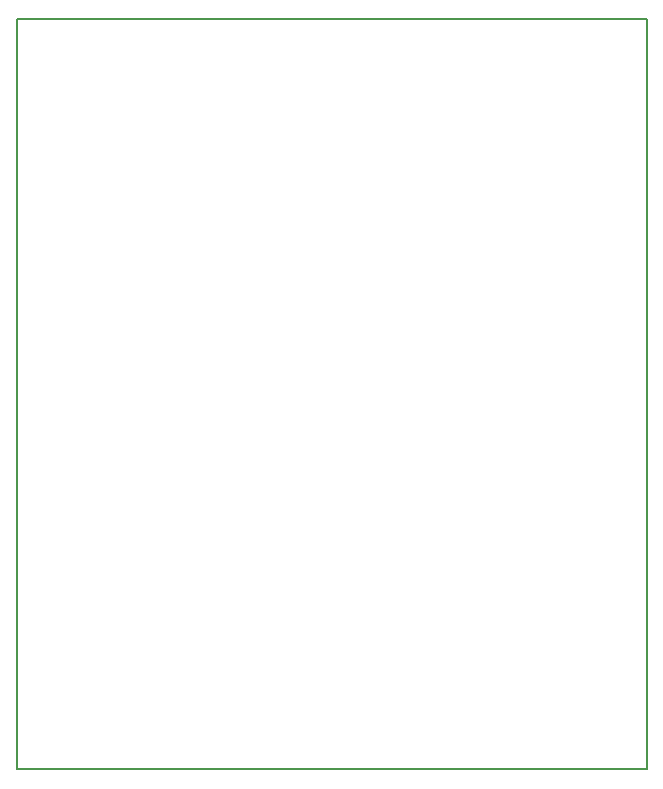
<source format=gbr>
G04 DipTrace 3.1.0.1*
G04 BoardOutline.gbr*
%MOIN*%
G04 #@! TF.FileFunction,Profile*
G04 #@! TF.Part,Single*
%ADD11C,0.006*%
%FSLAX26Y26*%
G04*
G70*
G90*
G75*
G01*
G04 BoardOutline*
%LPD*%
X394000Y394000D2*
D11*
X2494000D1*
Y2894000D1*
X394000D1*
Y394000D1*
M02*

</source>
